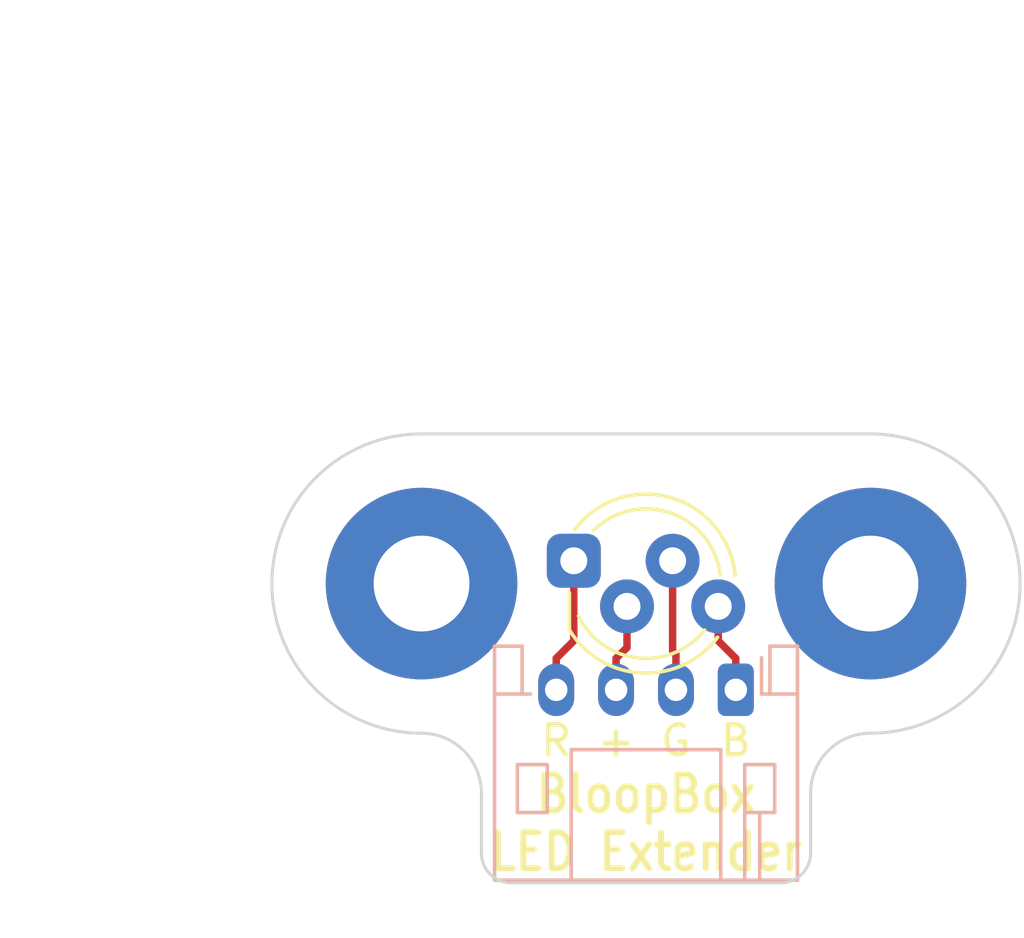
<source format=kicad_pcb>
(kicad_pcb (version 20211014) (generator pcbnew)
  (title_block (title "BloopBox LED-Board") (date "2022-12-01") (rev "1.0") (company "Qetesh"))
  (layers (0 "F.Cu" signal) (31 "B.Cu" signal) (34 "B.Paste" user) (35 "F.Paste" user) (36 "B.SilkS" user "B.Silkscreen") (37 "F.SilkS" user "F.Silkscreen") (38 "B.Mask" user) (39 "F.Mask" user) (44 "Edge.Cuts" user))
  (net 0 "")
  (net 1 "/R")
  (net 2 "+5V")
  (net 3 "/G")
  (net 4 "/B")
  (footprint "MountingHole:MountingHole_3.2mm_M3_Pad" (layer "F.Cu") (at 157.5 100)
    (fp_text reference "H2" hide)
    (fp_text value "MountingHole")
    (pad "" thru_hole circle (at 0 0) (size 6.4 6.4) (drill 3.2) (layers *.Cu *.Mask))
  )
  (footprint "MountingHole:MountingHole_3.2mm_M3_Pad" (layer "F.Cu") (at 142.5 100)
    (fp_text reference "H1" hide)
    (fp_text value "MountingHole")
    (pad "" thru_hole circle (at 0 0) (size 6.4 6.4) (drill 3.2) (layers *.Cu *.Mask))
  )
  (footprint "LED_THT:LED_D5.0mm-4_RGB_Staggered_Pins" (layer "F.Cu") (at 150 100)
    (fp_text reference "D1" hide)
    (fp_text value "LED_RAGB")
    (fp_line (start -2.56 0.299188) (end -2.56 1.545) (layer "F.SilkS") (width 0.12))
    (fp_arc (start -1.752599 -1.777999) (mid 0.829766 -2.354649) (end 2.48009 -0.286421) (layer "F.SilkS") (width 0.12))
    (fp_arc (start -2.385 -1.8) (mid 0.825737 -2.871652) (end 2.976836 -0.258216) (layer "F.SilkS") (width 0.12))
    (fp_arc (start 1.959086 1.553056) (mid -0.278909 2.484393) (end -2.254684 1.08) (layer "F.SilkS") (width 0.12))
    (fp_arc (start 2.391334 1.794887) (mid -0.150812 2.986194) (end -2.56 1.54483) (layer "F.SilkS") (width 0.12))
    (pad "1" thru_hole roundrect (at -2.413 -0.762) (size 1.8 1.8) (drill 0.9) (layers *.Cu *.Mask) (net 1 "/R"))
    (pad "2" thru_hole circle (at -0.635 0.762) (size 1.8 1.8) (drill 0.9) (layers *.Cu *.Mask) (net 2 "+5V"))
    (pad "3" thru_hole circle (at 0.889 -0.762) (size 1.8 1.8) (drill 0.9) (layers *.Cu *.Mask) (net 3 "/G"))
    (pad "4" thru_hole circle (at 2.413 0.762) (size 1.8 1.8) (drill 0.9) (layers *.Cu *.Mask) (net 4 "/B"))
  )
  (footprint "Connector_JST:JST_PH_S4B-PH-K_1x04_P2.00mm_Horizontal" (layer "B.Cu") (at 153 103.55 180)
    (fp_text reference "J1" hide)
    (fp_text value "Mainboard")
    (fp_line (start 6.3 -2.5) (end 7.3 -2.5) (layer "B.SilkS") (width 0.12))
    (fp_line (start -1.3 -2.5) (end -1.3 -4.1) (layer "B.SilkS") (width 0.12))
    (fp_line (start -0.3 -4.1) (end -0.3 -6.36) (layer "B.SilkS") (width 0.12))
    (fp_line (start -1.3 -4.1) (end -0.3 -4.1) (layer "B.SilkS") (width 0.12))
    (fp_line (start -0.3 -2.5) (end -1.3 -2.5) (layer "B.SilkS") (width 0.12))
    (fp_line (start -2.06 -0.14) (end -1.14 -0.14) (layer "B.SilkS") (width 0.12))
    (fp_line (start -1.14 -0.14) (end -1.14 1.46) (layer "B.SilkS") (width 0.12))
    (fp_line (start 7.3 -2.5) (end 7.3 -4.1) (layer "B.SilkS") (width 0.12))
    (fp_line (start 0.5 -6.36) (end 0.5 -2) (layer "B.SilkS") (width 0.12))
    (fp_line (start -2.06 1.46) (end -2.06 -6.36) (layer "B.SilkS") (width 0.12))
    (fp_line (start -0.3 -4.1) (end -0.3 -2.5) (layer "B.SilkS") (width 0.12))
    (fp_line (start -0.86 -0.14) (end -0.86 1.075) (layer "B.SilkS") (width 0.12))
    (fp_line (start 8.06 -0.14) (end 7.14 -0.14) (layer "B.SilkS") (width 0.12))
    (fp_line (start -2.06 -6.36) (end 8.06 -6.36) (layer "B.SilkS") (width 0.12))
    (fp_line (start 8.06 1.46) (end 7.14 1.46) (layer "B.SilkS") (width 0.12))
    (fp_line (start -0.86 -0.14) (end -1.14 -0.14) (layer "B.SilkS") (width 0.12))
    (fp_line (start 8.06 -6.36) (end 8.06 1.46) (layer "B.SilkS") (width 0.12))
    (fp_line (start -0.8 -4.1) (end -0.8 -6.36) (layer "B.SilkS") (width 0.12))
    (fp_line (start 7.14 -0.14) (end 6.86 -0.14) (layer "B.SilkS") (width 0.12))
    (fp_line (start -1.14 1.46) (end -2.06 1.46) (layer "B.SilkS") (width 0.12))
    (fp_line (start 7.14 1.46) (end 7.14 -0.14) (layer "B.SilkS") (width 0.12))
    (fp_line (start 0.5 -2) (end 5.5 -2) (layer "B.SilkS") (width 0.12))
    (fp_line (start 5.5 -2) (end 5.5 -6.36) (layer "B.SilkS") (width 0.12))
    (fp_line (start 7.3 -4.1) (end 6.3 -4.1) (layer "B.SilkS") (width 0.12))
    (fp_line (start 6.3 -4.1) (end 6.3 -2.5) (layer "B.SilkS") (width 0.12))
    (pad "1" thru_hole roundrect (at 0 0 180) (size 1.2 1.75) (drill 0.75) (layers *.Cu *.Mask) (roundrect_rratio 0.2083333333) (net 4 "/B"))
    (pad "2" thru_hole oval (at 2 0 180) (size 1.2 1.75) (drill 0.75) (layers *.Cu *.Mask) (net 3 "/G"))
    (pad "3" thru_hole oval (at 4 0 180) (size 1.2 1.75) (drill 0.75) (layers *.Cu *.Mask) (net 2 "+5V"))
    (pad "4" thru_hole oval (at 6 0 180) (size 1.2 1.75) (drill 0.75) (layers *.Cu *.Mask) (net 1 "/R"))
  )
  (gr_arc (start 145.5 110) (mid 144.792893 109.707107) (end 144.5 109) (layer "Edge.Cuts") (width 0.1))
  (gr_arc (start 155.5 107) (mid 156.085786 105.585786) (end 157.5 105) (layer "Edge.Cuts") (width 0.1))
  (gr_arc (start 142.5 105) (mid 137.5 100) (end 142.5 95) (layer "Edge.Cuts") (width 0.1))
  (gr_arc (start 155.5 109) (mid 155.207107 109.707107) (end 154.5 110) (layer "Edge.Cuts") (width 0.1))
  (gr_line (start 145.5 110) (end 154.5 110) (layer "Edge.Cuts") (width 0.1))
  (gr_arc (start 142.5 105) (mid 143.914214 105.585786) (end 144.5 107) (layer "Edge.Cuts") (width 0.1))
  (gr_line (start 144.5 107) (end 144.5 109) (layer "Edge.Cuts") (width 0.1))
  (gr_line (start 155.5 109) (end 155.5 107) (layer "Edge.Cuts") (width 0.1))
  (gr_line (start 142.5 95) (end 157.5 95) (layer "Edge.Cuts") (width 0.1))
  (gr_arc (start 157.5 95) (mid 162.5 100) (end 157.5 105) (layer "Edge.Cuts") (width 0.1))
  (gr_text "B" (at 153 105.25) (layer "F.SilkS") (effects (font (size 1 1))))
  (gr_text "G" (at 151 105.25) (layer "F.SilkS") (effects (font (size 1 1))))
  (gr_text "BloopBox\nLED Extender" (at 150 108) (layer "F.SilkS") (effects (font (size 1.2 1.05) (thickness 0.2))))
  (gr_text "R" (at 147 105.25) (layer "F.SilkS") (effects (font (size 1 1))))
  (gr_text "+" (at 149 105.25) (layer "F.SilkS") (effects (font (size 1 1))))
  (segment (start 147 103.55) (end 147 102.5) (width 0.25) (layer "F.Cu") (net 1))
  (segment (start 147 102.5) (end 147.587 101.913) (width 0.25) (layer "F.Cu") (net 1))
  (segment (start 147.587 101.913) (end 147.587 99.238) (width 0.25) (layer "F.Cu") (net 1))
  (segment (start 149.365 102.135) (end 149.365 100.762) (width 0.25) (layer "F.Cu") (net 2))
  (segment (start 149 103.55) (end 149 102.5) (width 0.25) (layer "F.Cu") (net 2))
  (segment (start 149 102.5) (end 149.365 102.135) (width 0.25) (layer "F.Cu") (net 2))
  (segment (start 151 102.361) (end 150.889 102.25) (width 0.25) (layer "F.Cu") (net 3))
  (segment (start 150.889 99.238) (end 150.889 102.25) (width 0.25) (layer "F.Cu") (net 3))
  (segment (start 151 103.55) (end 151 102.361) (width 0.25) (layer "F.Cu") (net 3))
  (segment (start 153 103.55) (end 153 102.5) (width 0.25) (layer "F.Cu") (net 4))
  (segment (start 153 102.5) (end 152.413 101.913) (width 0.25) (layer "F.Cu") (net 4))
  (segment (start 152.413 101.913) (end 152.413 100.762) (width 0.25) (layer "F.Cu") (net 4))
)
</source>
